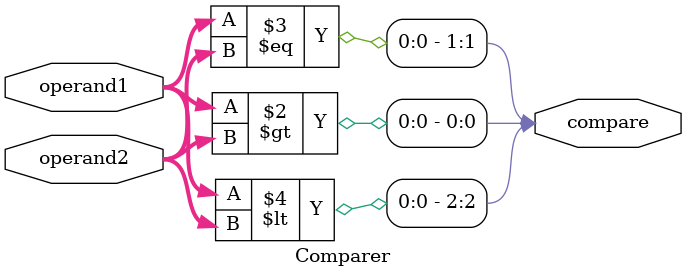
<source format=v>
module Comparer(
    input [31:0] operand1,
    input [31:0] operand2,
    output reg [31:0] compare
);

    always @(*) begin
        compare[0] = operand1 > operand2;
        compare[1] = operand1 == operand2;
        compare[2] = operand1 < operand2;
    end

    // assign compare = {{operand1 > operand2}, {operand1 == operand2}, {operand1 < operand2}};

endmodule
</source>
